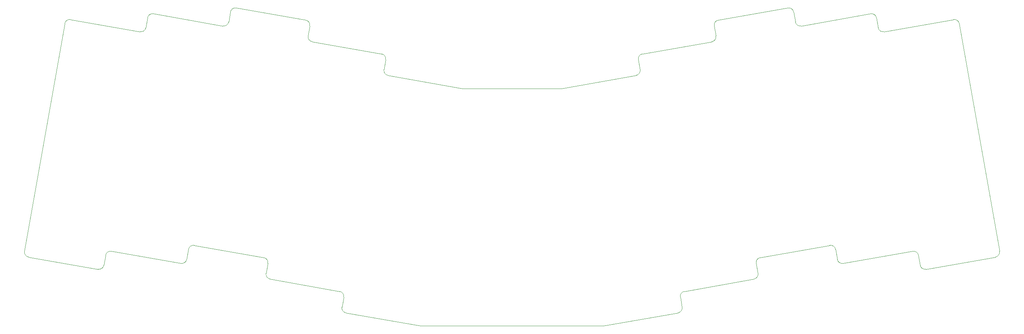
<source format=gbr>
G04 #@! TF.GenerationSoftware,KiCad,Pcbnew,(5.1.4)-1*
G04 #@! TF.CreationDate,2020-12-12T14:35:36-07:00*
G04 #@! TF.ProjectId,CS30 Ergo,43533330-2045-4726-976f-2e6b69636164,rev?*
G04 #@! TF.SameCoordinates,Original*
G04 #@! TF.FileFunction,Profile,NP*
%FSLAX46Y46*%
G04 Gerber Fmt 4.6, Leading zero omitted, Abs format (unit mm)*
G04 Created by KiCad (PCBNEW (5.1.4)-1) date 2020-12-12 14:35:36*
%MOMM*%
%LPD*%
G04 APERTURE LIST*
%ADD10C,0.050000*%
G04 APERTURE END LIST*
D10*
X121226102Y-125652324D02*
X164525019Y-125652338D01*
X131150137Y-69370325D02*
X154600984Y-69370339D01*
X173154900Y-64889785D02*
G75*
G02X172189109Y-66269078I-1172542J-206751D01*
G01*
X172741398Y-62544703D02*
G75*
G02X173707189Y-61165410I1172542J206751D01*
G01*
X191088564Y-56891608D02*
G75*
G02X190122772Y-58270900I-1172542J-206750D01*
G01*
X190675064Y-54546525D02*
G75*
G02X191640931Y-53167219I1172540J206752D01*
G01*
X208056436Y-50272722D02*
G75*
G02X209435728Y-51238512I206751J-1172541D01*
G01*
X211228588Y-54549294D02*
G75*
G02X209849309Y-53583582I-206816J1172449D01*
G01*
X227644170Y-51654783D02*
G75*
G02X229023477Y-52620653I206686J-1172635D01*
G01*
X230816257Y-55931449D02*
G75*
G02X229436978Y-54965737I-206816J1172449D01*
G01*
X247231854Y-53037019D02*
G75*
G02X248611067Y-54002822I206672J-1172554D01*
G01*
X258121508Y-107939673D02*
G75*
G02X257155796Y-109318952I-1172449J-206816D01*
G01*
X240740227Y-112213541D02*
G75*
G02X239360934Y-111247750I-206751J1172542D01*
G01*
X237568140Y-107936876D02*
G75*
G02X238947433Y-108902667I206751J-1172542D01*
G01*
X221152558Y-110831386D02*
G75*
G02X219773265Y-109865595I-206751J1172542D01*
G01*
X217980471Y-106554722D02*
G75*
G02X219359763Y-107520512I206751J-1172541D01*
G01*
X200599083Y-110828445D02*
G75*
G02X201564888Y-109449231I1172556J206672D01*
G01*
X201012584Y-113173528D02*
G75*
G02X200046808Y-114552899I-1172527J-206830D01*
G01*
X182665419Y-118826623D02*
G75*
G02X183631224Y-117447409I1172556J206672D01*
G01*
X183078921Y-121171706D02*
G75*
G02X182113144Y-122551078I-1172528J-206830D01*
G01*
X113562105Y-66268999D02*
G75*
G02X112596314Y-64889706I206751J1172542D01*
G01*
X112044025Y-61165330D02*
G75*
G02X113009816Y-62544623I-206751J-1172542D01*
G01*
X95628428Y-58270898D02*
G75*
G02X94662572Y-56891514I206764J1172620D01*
G01*
X94110360Y-53167152D02*
G75*
G02X95076152Y-54546444I-206750J-1172542D01*
G01*
X76315486Y-51238432D02*
G75*
G02X77694778Y-50272642I1172541J-206751D01*
G01*
X75902065Y-53583530D02*
G75*
G02X74522678Y-54549387I-1172622J206765D01*
G01*
X56727896Y-52620601D02*
G75*
G02X58107095Y-51654876I1172462J-206737D01*
G01*
X56314395Y-54965685D02*
G75*
G02X54935008Y-55931542I-1172622J206765D01*
G01*
X37140214Y-54002835D02*
G75*
G02X38519347Y-53037019I1172474J-206658D01*
G01*
X84186312Y-109449230D02*
G75*
G02X85152038Y-110828430I-206737J-1172463D01*
G01*
X85704406Y-114552819D02*
G75*
G02X84738616Y-113173527I206751J1172541D01*
G01*
X102119976Y-117447408D02*
G75*
G02X103085702Y-118826608I-206737J-1172463D01*
G01*
X103638056Y-122551077D02*
G75*
G02X102672200Y-121171691I206765J1172621D01*
G01*
X66391530Y-107520446D02*
G75*
G02X67770729Y-106554721I1172462J-206737D01*
G01*
X65978013Y-109865608D02*
G75*
G02X64598565Y-110831371I-1172606J206843D01*
G01*
X46803782Y-108902589D02*
G75*
G02X48183073Y-107936797I1172541J-206749D01*
G01*
X46390344Y-111247763D02*
G75*
G02X45010896Y-112213526I-1172606J206843D01*
G01*
X28595311Y-109319014D02*
G75*
G02X27629522Y-107939724I206844J1172605D01*
G01*
X239360934Y-111247750D02*
X238947433Y-108902667D01*
X200046808Y-114552899D02*
X183631224Y-117447409D01*
X191088563Y-56891607D02*
X190675141Y-54546510D01*
X219773265Y-109865595D02*
X219359763Y-107520512D01*
X173154900Y-64889786D02*
X172741398Y-62544702D01*
X191640932Y-53167218D02*
X208056436Y-50272722D01*
X209435728Y-51238512D02*
X209849309Y-53583582D01*
X182113144Y-122551078D02*
X164525019Y-125652338D01*
X200599162Y-110828431D02*
X201012663Y-113173514D01*
X211228601Y-54549373D02*
X227644184Y-51654863D01*
X154600984Y-69370339D02*
X172189109Y-66269078D01*
X217980457Y-106554642D02*
X201564874Y-109449152D01*
X237568140Y-107936876D02*
X221152543Y-110831307D01*
X173707189Y-61165410D02*
X190122772Y-58270900D01*
X257155796Y-109318952D02*
X240740213Y-112213462D01*
X229023477Y-52620653D02*
X229436978Y-54965737D01*
X182665498Y-118826609D02*
X183079000Y-121171692D01*
X248611067Y-54002822D02*
X258121587Y-107939660D01*
X230816270Y-55931528D02*
X247231854Y-53037017D01*
X103638070Y-122550998D02*
X121226102Y-125652324D01*
X103085702Y-118826608D02*
X102672200Y-121171691D01*
X85704407Y-114552819D02*
X102119976Y-117447409D01*
X85152038Y-110828430D02*
X84738616Y-113173527D01*
X67770729Y-106554721D02*
X84186312Y-109449231D01*
X65977856Y-109865581D02*
X66391451Y-107520432D01*
X48183073Y-107936797D02*
X64598564Y-110831372D01*
X46390187Y-111247736D02*
X46803781Y-108902588D01*
X28595311Y-109319017D02*
X45010895Y-112213527D01*
X37140054Y-54002808D02*
X27629520Y-107939725D01*
X54935008Y-55931542D02*
X38519346Y-53037017D01*
X56727738Y-52620574D02*
X56314315Y-54965671D01*
X74522678Y-54549387D02*
X58107095Y-51654876D01*
X76315486Y-51238433D02*
X75901891Y-53583582D01*
X94110361Y-53167152D02*
X77694778Y-50272642D01*
X94662637Y-56891607D02*
X95076152Y-54546444D01*
X112044025Y-61165330D02*
X95628428Y-58270900D01*
X112596314Y-64889706D02*
X113009816Y-62544623D01*
X131150137Y-69370325D02*
X113562091Y-66269078D01*
M02*

</source>
